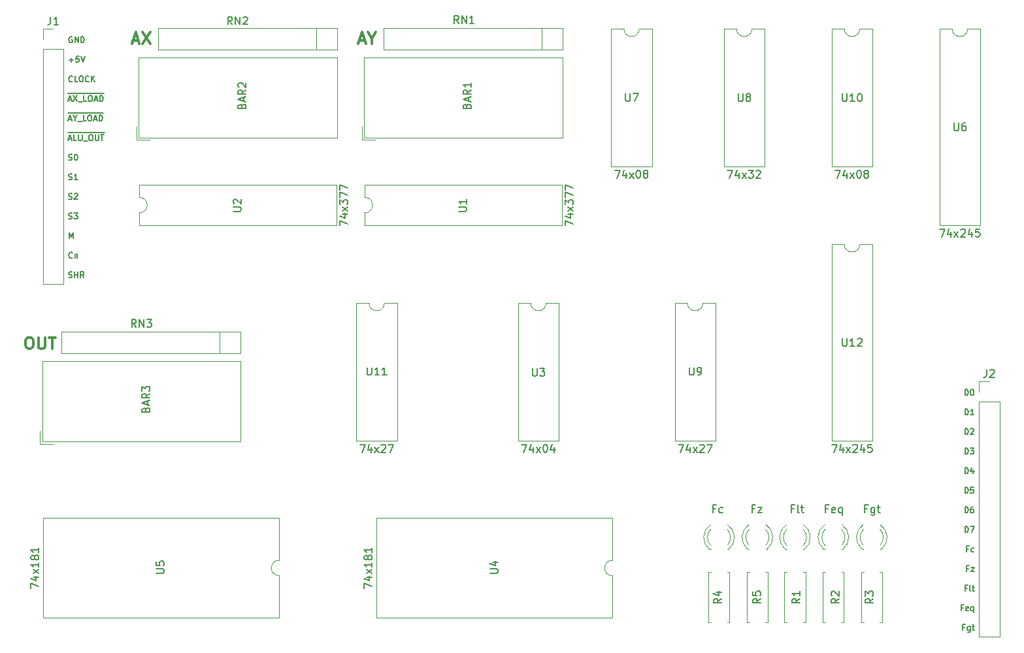
<source format=gto>
G04 #@! TF.GenerationSoftware,KiCad,Pcbnew,5.0.2+dfsg1-1*
G04 #@! TF.CreationDate,2019-08-01T09:59:35+02:00*
G04 #@! TF.ProjectId,ALU,414c552e-6b69-4636-9164-5f7063625858,rev?*
G04 #@! TF.SameCoordinates,Original*
G04 #@! TF.FileFunction,Legend,Top*
G04 #@! TF.FilePolarity,Positive*
%FSLAX46Y46*%
G04 Gerber Fmt 4.6, Leading zero omitted, Abs format (unit mm)*
G04 Created by KiCad (PCBNEW 5.0.2+dfsg1-1) date do 01 aug 2019 09:59:35 CEST*
%MOMM*%
%LPD*%
G01*
G04 APERTURE LIST*
%ADD10C,0.300000*%
%ADD11C,0.200000*%
%ADD12C,0.150000*%
%ADD13C,0.120000*%
G04 APERTURE END LIST*
D10*
X18998857Y-62805571D02*
X19284571Y-62805571D01*
X19427428Y-62877000D01*
X19570285Y-63019857D01*
X19641714Y-63305571D01*
X19641714Y-63805571D01*
X19570285Y-64091285D01*
X19427428Y-64234142D01*
X19284571Y-64305571D01*
X18998857Y-64305571D01*
X18856000Y-64234142D01*
X18713142Y-64091285D01*
X18641714Y-63805571D01*
X18641714Y-63305571D01*
X18713142Y-63019857D01*
X18856000Y-62877000D01*
X18998857Y-62805571D01*
X20284571Y-62805571D02*
X20284571Y-64019857D01*
X20356000Y-64162714D01*
X20427428Y-64234142D01*
X20570285Y-64305571D01*
X20856000Y-64305571D01*
X20998857Y-64234142D01*
X21070285Y-64162714D01*
X21141714Y-64019857D01*
X21141714Y-62805571D01*
X21641714Y-62805571D02*
X22498857Y-62805571D01*
X22070285Y-64305571D02*
X22070285Y-62805571D01*
X61885214Y-24316500D02*
X62599500Y-24316500D01*
X61742357Y-24745071D02*
X62242357Y-23245071D01*
X62742357Y-24745071D01*
X63528071Y-24030785D02*
X63528071Y-24745071D01*
X63028071Y-23245071D02*
X63528071Y-24030785D01*
X64028071Y-23245071D01*
X32548214Y-24316500D02*
X33262500Y-24316500D01*
X32405357Y-24745071D02*
X32905357Y-23245071D01*
X33405357Y-24745071D01*
X33762500Y-23245071D02*
X34762500Y-24745071D01*
X34762500Y-23245071D02*
X33762500Y-24745071D01*
D11*
X127701428Y-85018571D02*
X127368095Y-85018571D01*
X127368095Y-85542380D02*
X127368095Y-84542380D01*
X127844285Y-84542380D01*
X128653809Y-84875714D02*
X128653809Y-85685238D01*
X128606190Y-85780476D01*
X128558571Y-85828095D01*
X128463333Y-85875714D01*
X128320476Y-85875714D01*
X128225238Y-85828095D01*
X128653809Y-85494761D02*
X128558571Y-85542380D01*
X128368095Y-85542380D01*
X128272857Y-85494761D01*
X128225238Y-85447142D01*
X128177619Y-85351904D01*
X128177619Y-85066190D01*
X128225238Y-84970952D01*
X128272857Y-84923333D01*
X128368095Y-84875714D01*
X128558571Y-84875714D01*
X128653809Y-84923333D01*
X128987142Y-84875714D02*
X129368095Y-84875714D01*
X129130000Y-84542380D02*
X129130000Y-85399523D01*
X129177619Y-85494761D01*
X129272857Y-85542380D01*
X129368095Y-85542380D01*
X113096428Y-85018571D02*
X112763095Y-85018571D01*
X112763095Y-85542380D02*
X112763095Y-84542380D01*
X113239285Y-84542380D01*
X113525000Y-84875714D02*
X114048809Y-84875714D01*
X113525000Y-85542380D01*
X114048809Y-85542380D01*
X118176428Y-85018571D02*
X117843095Y-85018571D01*
X117843095Y-85542380D02*
X117843095Y-84542380D01*
X118319285Y-84542380D01*
X118843095Y-85542380D02*
X118747857Y-85494761D01*
X118700238Y-85399523D01*
X118700238Y-84542380D01*
X119081190Y-84875714D02*
X119462142Y-84875714D01*
X119224047Y-84542380D02*
X119224047Y-85399523D01*
X119271666Y-85494761D01*
X119366904Y-85542380D01*
X119462142Y-85542380D01*
X122621428Y-85018571D02*
X122288095Y-85018571D01*
X122288095Y-85542380D02*
X122288095Y-84542380D01*
X122764285Y-84542380D01*
X123526190Y-85494761D02*
X123430952Y-85542380D01*
X123240476Y-85542380D01*
X123145238Y-85494761D01*
X123097619Y-85399523D01*
X123097619Y-85018571D01*
X123145238Y-84923333D01*
X123240476Y-84875714D01*
X123430952Y-84875714D01*
X123526190Y-84923333D01*
X123573809Y-85018571D01*
X123573809Y-85113809D01*
X123097619Y-85209047D01*
X124430952Y-84875714D02*
X124430952Y-85875714D01*
X124430952Y-85494761D02*
X124335714Y-85542380D01*
X124145238Y-85542380D01*
X124050000Y-85494761D01*
X124002380Y-85447142D01*
X123954761Y-85351904D01*
X123954761Y-85066190D01*
X124002380Y-84970952D01*
X124050000Y-84923333D01*
X124145238Y-84875714D01*
X124335714Y-84875714D01*
X124430952Y-84923333D01*
X108016428Y-85018571D02*
X107683095Y-85018571D01*
X107683095Y-85542380D02*
X107683095Y-84542380D01*
X108159285Y-84542380D01*
X108968809Y-85494761D02*
X108873571Y-85542380D01*
X108683095Y-85542380D01*
X108587857Y-85494761D01*
X108540238Y-85447142D01*
X108492619Y-85351904D01*
X108492619Y-85066190D01*
X108540238Y-84970952D01*
X108587857Y-84923333D01*
X108683095Y-84875714D01*
X108873571Y-84875714D01*
X108968809Y-84923333D01*
D12*
X140099071Y-97863428D02*
X139849071Y-97863428D01*
X139849071Y-98256285D02*
X139849071Y-97506285D01*
X140206214Y-97506285D01*
X140777642Y-98220571D02*
X140706214Y-98256285D01*
X140563357Y-98256285D01*
X140491928Y-98220571D01*
X140456214Y-98149142D01*
X140456214Y-97863428D01*
X140491928Y-97792000D01*
X140563357Y-97756285D01*
X140706214Y-97756285D01*
X140777642Y-97792000D01*
X140813357Y-97863428D01*
X140813357Y-97934857D01*
X140456214Y-98006285D01*
X141456214Y-97756285D02*
X141456214Y-98506285D01*
X141456214Y-98220571D02*
X141384785Y-98256285D01*
X141241928Y-98256285D01*
X141170500Y-98220571D01*
X141134785Y-98184857D01*
X141099071Y-98113428D01*
X141099071Y-97899142D01*
X141134785Y-97827714D01*
X141170500Y-97792000D01*
X141241928Y-97756285D01*
X141384785Y-97756285D01*
X141456214Y-97792000D01*
X140349071Y-83016285D02*
X140349071Y-82266285D01*
X140527642Y-82266285D01*
X140634785Y-82302000D01*
X140706214Y-82373428D01*
X140741928Y-82444857D01*
X140777642Y-82587714D01*
X140777642Y-82694857D01*
X140741928Y-82837714D01*
X140706214Y-82909142D01*
X140634785Y-82980571D01*
X140527642Y-83016285D01*
X140349071Y-83016285D01*
X141456214Y-82266285D02*
X141099071Y-82266285D01*
X141063357Y-82623428D01*
X141099071Y-82587714D01*
X141170500Y-82552000D01*
X141349071Y-82552000D01*
X141420500Y-82587714D01*
X141456214Y-82623428D01*
X141491928Y-82694857D01*
X141491928Y-82873428D01*
X141456214Y-82944857D01*
X141420500Y-82980571D01*
X141349071Y-83016285D01*
X141170500Y-83016285D01*
X141099071Y-82980571D01*
X141063357Y-82944857D01*
X140349071Y-72856285D02*
X140349071Y-72106285D01*
X140527642Y-72106285D01*
X140634785Y-72142000D01*
X140706214Y-72213428D01*
X140741928Y-72284857D01*
X140777642Y-72427714D01*
X140777642Y-72534857D01*
X140741928Y-72677714D01*
X140706214Y-72749142D01*
X140634785Y-72820571D01*
X140527642Y-72856285D01*
X140349071Y-72856285D01*
X141491928Y-72856285D02*
X141063357Y-72856285D01*
X141277642Y-72856285D02*
X141277642Y-72106285D01*
X141206214Y-72213428D01*
X141134785Y-72284857D01*
X141063357Y-72320571D01*
X140349071Y-70316285D02*
X140349071Y-69566285D01*
X140527642Y-69566285D01*
X140634785Y-69602000D01*
X140706214Y-69673428D01*
X140741928Y-69744857D01*
X140777642Y-69887714D01*
X140777642Y-69994857D01*
X140741928Y-70137714D01*
X140706214Y-70209142D01*
X140634785Y-70280571D01*
X140527642Y-70316285D01*
X140349071Y-70316285D01*
X141241928Y-69566285D02*
X141313357Y-69566285D01*
X141384785Y-69602000D01*
X141420500Y-69637714D01*
X141456214Y-69709142D01*
X141491928Y-69852000D01*
X141491928Y-70030571D01*
X141456214Y-70173428D01*
X141420500Y-70244857D01*
X141384785Y-70280571D01*
X141313357Y-70316285D01*
X141241928Y-70316285D01*
X141170500Y-70280571D01*
X141134785Y-70244857D01*
X141099071Y-70173428D01*
X141063357Y-70030571D01*
X141063357Y-69852000D01*
X141099071Y-69709142D01*
X141134785Y-69637714D01*
X141170500Y-69602000D01*
X141241928Y-69566285D01*
X140313357Y-100403428D02*
X140063357Y-100403428D01*
X140063357Y-100796285D02*
X140063357Y-100046285D01*
X140420500Y-100046285D01*
X141027643Y-100296285D02*
X141027643Y-100903428D01*
X140991928Y-100974857D01*
X140956214Y-101010571D01*
X140884786Y-101046285D01*
X140777643Y-101046285D01*
X140706214Y-101010571D01*
X141027643Y-100760571D02*
X140956214Y-100796285D01*
X140813357Y-100796285D01*
X140741928Y-100760571D01*
X140706214Y-100724857D01*
X140670500Y-100653428D01*
X140670500Y-100439142D01*
X140706214Y-100367714D01*
X140741928Y-100332000D01*
X140813357Y-100296285D01*
X140956214Y-100296285D01*
X141027643Y-100332000D01*
X141277643Y-100296285D02*
X141563357Y-100296285D01*
X141384786Y-100046285D02*
X141384786Y-100689142D01*
X141420500Y-100760571D01*
X141491928Y-100796285D01*
X141563357Y-100796285D01*
X140813357Y-92783428D02*
X140563357Y-92783428D01*
X140563357Y-93176285D02*
X140563357Y-92426285D01*
X140920500Y-92426285D01*
X141134786Y-92676285D02*
X141527643Y-92676285D01*
X141134786Y-93176285D01*
X141527643Y-93176285D01*
X140349071Y-80476285D02*
X140349071Y-79726285D01*
X140527642Y-79726285D01*
X140634785Y-79762000D01*
X140706214Y-79833428D01*
X140741928Y-79904857D01*
X140777642Y-80047714D01*
X140777642Y-80154857D01*
X140741928Y-80297714D01*
X140706214Y-80369142D01*
X140634785Y-80440571D01*
X140527642Y-80476285D01*
X140349071Y-80476285D01*
X141420500Y-79976285D02*
X141420500Y-80476285D01*
X141241928Y-79690571D02*
X141063357Y-80226285D01*
X141527642Y-80226285D01*
X140349071Y-85556285D02*
X140349071Y-84806285D01*
X140527642Y-84806285D01*
X140634785Y-84842000D01*
X140706214Y-84913428D01*
X140741928Y-84984857D01*
X140777642Y-85127714D01*
X140777642Y-85234857D01*
X140741928Y-85377714D01*
X140706214Y-85449142D01*
X140634785Y-85520571D01*
X140527642Y-85556285D01*
X140349071Y-85556285D01*
X141420500Y-84806285D02*
X141277642Y-84806285D01*
X141206214Y-84842000D01*
X141170500Y-84877714D01*
X141099071Y-84984857D01*
X141063357Y-85127714D01*
X141063357Y-85413428D01*
X141099071Y-85484857D01*
X141134785Y-85520571D01*
X141206214Y-85556285D01*
X141349071Y-85556285D01*
X141420500Y-85520571D01*
X141456214Y-85484857D01*
X141491928Y-85413428D01*
X141491928Y-85234857D01*
X141456214Y-85163428D01*
X141420500Y-85127714D01*
X141349071Y-85092000D01*
X141206214Y-85092000D01*
X141134785Y-85127714D01*
X141099071Y-85163428D01*
X141063357Y-85234857D01*
X140777643Y-90243428D02*
X140527643Y-90243428D01*
X140527643Y-90636285D02*
X140527643Y-89886285D01*
X140884786Y-89886285D01*
X141491929Y-90600571D02*
X141420500Y-90636285D01*
X141277643Y-90636285D01*
X141206214Y-90600571D01*
X141170500Y-90564857D01*
X141134786Y-90493428D01*
X141134786Y-90279142D01*
X141170500Y-90207714D01*
X141206214Y-90172000D01*
X141277643Y-90136285D01*
X141420500Y-90136285D01*
X141491929Y-90172000D01*
X140349071Y-75396285D02*
X140349071Y-74646285D01*
X140527642Y-74646285D01*
X140634785Y-74682000D01*
X140706214Y-74753428D01*
X140741928Y-74824857D01*
X140777642Y-74967714D01*
X140777642Y-75074857D01*
X140741928Y-75217714D01*
X140706214Y-75289142D01*
X140634785Y-75360571D01*
X140527642Y-75396285D01*
X140349071Y-75396285D01*
X141063357Y-74717714D02*
X141099071Y-74682000D01*
X141170500Y-74646285D01*
X141349071Y-74646285D01*
X141420500Y-74682000D01*
X141456214Y-74717714D01*
X141491928Y-74789142D01*
X141491928Y-74860571D01*
X141456214Y-74967714D01*
X141027642Y-75396285D01*
X141491928Y-75396285D01*
X140349071Y-88096285D02*
X140349071Y-87346285D01*
X140527642Y-87346285D01*
X140634785Y-87382000D01*
X140706214Y-87453428D01*
X140741928Y-87524857D01*
X140777642Y-87667714D01*
X140777642Y-87774857D01*
X140741928Y-87917714D01*
X140706214Y-87989142D01*
X140634785Y-88060571D01*
X140527642Y-88096285D01*
X140349071Y-88096285D01*
X141027642Y-87346285D02*
X141527642Y-87346285D01*
X141206214Y-88096285D01*
X140599071Y-95323428D02*
X140349071Y-95323428D01*
X140349071Y-95716285D02*
X140349071Y-94966285D01*
X140706214Y-94966285D01*
X141099071Y-95716285D02*
X141027642Y-95680571D01*
X140991928Y-95609142D01*
X140991928Y-94966285D01*
X141277642Y-95216285D02*
X141563357Y-95216285D01*
X141384785Y-94966285D02*
X141384785Y-95609142D01*
X141420500Y-95680571D01*
X141491928Y-95716285D01*
X141563357Y-95716285D01*
X140349071Y-77936285D02*
X140349071Y-77186285D01*
X140527642Y-77186285D01*
X140634785Y-77222000D01*
X140706214Y-77293428D01*
X140741928Y-77364857D01*
X140777642Y-77507714D01*
X140777642Y-77614857D01*
X140741928Y-77757714D01*
X140706214Y-77829142D01*
X140634785Y-77900571D01*
X140527642Y-77936285D01*
X140349071Y-77936285D01*
X141027642Y-77186285D02*
X141491928Y-77186285D01*
X141241928Y-77472000D01*
X141349071Y-77472000D01*
X141420500Y-77507714D01*
X141456214Y-77543428D01*
X141491928Y-77614857D01*
X141491928Y-77793428D01*
X141456214Y-77864857D01*
X141420500Y-77900571D01*
X141349071Y-77936285D01*
X141134785Y-77936285D01*
X141063357Y-77900571D01*
X141027642Y-77864857D01*
X24243357Y-44880571D02*
X24350500Y-44916285D01*
X24529071Y-44916285D01*
X24600500Y-44880571D01*
X24636214Y-44844857D01*
X24671928Y-44773428D01*
X24671928Y-44702000D01*
X24636214Y-44630571D01*
X24600500Y-44594857D01*
X24529071Y-44559142D01*
X24386214Y-44523428D01*
X24314785Y-44487714D01*
X24279071Y-44452000D01*
X24243357Y-44380571D01*
X24243357Y-44309142D01*
X24279071Y-44237714D01*
X24314785Y-44202000D01*
X24386214Y-44166285D01*
X24564785Y-44166285D01*
X24671928Y-44202000D01*
X24957642Y-44237714D02*
X24993357Y-44202000D01*
X25064785Y-44166285D01*
X25243357Y-44166285D01*
X25314785Y-44202000D01*
X25350500Y-44237714D01*
X25386214Y-44309142D01*
X25386214Y-44380571D01*
X25350500Y-44487714D01*
X24921928Y-44916285D01*
X25386214Y-44916285D01*
X24243357Y-42340571D02*
X24350500Y-42376285D01*
X24529071Y-42376285D01*
X24600500Y-42340571D01*
X24636214Y-42304857D01*
X24671928Y-42233428D01*
X24671928Y-42162000D01*
X24636214Y-42090571D01*
X24600500Y-42054857D01*
X24529071Y-42019142D01*
X24386214Y-41983428D01*
X24314785Y-41947714D01*
X24279071Y-41912000D01*
X24243357Y-41840571D01*
X24243357Y-41769142D01*
X24279071Y-41697714D01*
X24314785Y-41662000D01*
X24386214Y-41626285D01*
X24564785Y-41626285D01*
X24671928Y-41662000D01*
X25386214Y-42376285D02*
X24957642Y-42376285D01*
X25171928Y-42376285D02*
X25171928Y-41626285D01*
X25100500Y-41733428D01*
X25029071Y-41804857D01*
X24957642Y-41840571D01*
X24243357Y-39800571D02*
X24350500Y-39836285D01*
X24529071Y-39836285D01*
X24600500Y-39800571D01*
X24636214Y-39764857D01*
X24671928Y-39693428D01*
X24671928Y-39622000D01*
X24636214Y-39550571D01*
X24600500Y-39514857D01*
X24529071Y-39479142D01*
X24386214Y-39443428D01*
X24314785Y-39407714D01*
X24279071Y-39372000D01*
X24243357Y-39300571D01*
X24243357Y-39229142D01*
X24279071Y-39157714D01*
X24314785Y-39122000D01*
X24386214Y-39086285D01*
X24564785Y-39086285D01*
X24671928Y-39122000D01*
X25136214Y-39086285D02*
X25207642Y-39086285D01*
X25279071Y-39122000D01*
X25314785Y-39157714D01*
X25350500Y-39229142D01*
X25386214Y-39372000D01*
X25386214Y-39550571D01*
X25350500Y-39693428D01*
X25314785Y-39764857D01*
X25279071Y-39800571D01*
X25207642Y-39836285D01*
X25136214Y-39836285D01*
X25064785Y-39800571D01*
X25029071Y-39764857D01*
X24993357Y-39693428D01*
X24957642Y-39550571D01*
X24957642Y-39372000D01*
X24993357Y-39229142D01*
X25029071Y-39157714D01*
X25064785Y-39122000D01*
X25136214Y-39086285D01*
X24100500Y-36222000D02*
X24743357Y-36222000D01*
X24243357Y-37082000D02*
X24600500Y-37082000D01*
X24171928Y-37296285D02*
X24421928Y-36546285D01*
X24671928Y-37296285D01*
X24743357Y-36222000D02*
X25350500Y-36222000D01*
X25279071Y-37296285D02*
X24921928Y-37296285D01*
X24921928Y-36546285D01*
X25350500Y-36222000D02*
X26136214Y-36222000D01*
X25529071Y-36546285D02*
X25529071Y-37153428D01*
X25564785Y-37224857D01*
X25600500Y-37260571D01*
X25671928Y-37296285D01*
X25814785Y-37296285D01*
X25886214Y-37260571D01*
X25921928Y-37224857D01*
X25957642Y-37153428D01*
X25957642Y-36546285D01*
X26136214Y-36222000D02*
X26707642Y-36222000D01*
X26136214Y-37367714D02*
X26707642Y-37367714D01*
X26707642Y-36222000D02*
X27493357Y-36222000D01*
X27029071Y-36546285D02*
X27171928Y-36546285D01*
X27243357Y-36582000D01*
X27314785Y-36653428D01*
X27350500Y-36796285D01*
X27350500Y-37046285D01*
X27314785Y-37189142D01*
X27243357Y-37260571D01*
X27171928Y-37296285D01*
X27029071Y-37296285D01*
X26957642Y-37260571D01*
X26886214Y-37189142D01*
X26850500Y-37046285D01*
X26850500Y-36796285D01*
X26886214Y-36653428D01*
X26957642Y-36582000D01*
X27029071Y-36546285D01*
X27493357Y-36222000D02*
X28279071Y-36222000D01*
X27671928Y-36546285D02*
X27671928Y-37153428D01*
X27707642Y-37224857D01*
X27743357Y-37260571D01*
X27814785Y-37296285D01*
X27957642Y-37296285D01*
X28029071Y-37260571D01*
X28064785Y-37224857D01*
X28100500Y-37153428D01*
X28100500Y-36546285D01*
X28279071Y-36222000D02*
X28850500Y-36222000D01*
X28350500Y-36546285D02*
X28779071Y-36546285D01*
X28564785Y-37296285D02*
X28564785Y-36546285D01*
X24100500Y-33682000D02*
X24743357Y-33682000D01*
X24243357Y-34542000D02*
X24600500Y-34542000D01*
X24171928Y-34756285D02*
X24421928Y-34006285D01*
X24671928Y-34756285D01*
X24743357Y-33682000D02*
X25386214Y-33682000D01*
X25064785Y-34399142D02*
X25064785Y-34756285D01*
X24814785Y-34006285D02*
X25064785Y-34399142D01*
X25314785Y-34006285D01*
X25386214Y-33682000D02*
X25957642Y-33682000D01*
X25386214Y-34827714D02*
X25957642Y-34827714D01*
X25957642Y-33682000D02*
X26564785Y-33682000D01*
X26493357Y-34756285D02*
X26136214Y-34756285D01*
X26136214Y-34006285D01*
X26564785Y-33682000D02*
X27350500Y-33682000D01*
X26886214Y-34006285D02*
X27029071Y-34006285D01*
X27100500Y-34042000D01*
X27171928Y-34113428D01*
X27207642Y-34256285D01*
X27207642Y-34506285D01*
X27171928Y-34649142D01*
X27100500Y-34720571D01*
X27029071Y-34756285D01*
X26886214Y-34756285D01*
X26814785Y-34720571D01*
X26743357Y-34649142D01*
X26707642Y-34506285D01*
X26707642Y-34256285D01*
X26743357Y-34113428D01*
X26814785Y-34042000D01*
X26886214Y-34006285D01*
X27350500Y-33682000D02*
X27993357Y-33682000D01*
X27493357Y-34542000D02*
X27850500Y-34542000D01*
X27421928Y-34756285D02*
X27671928Y-34006285D01*
X27921928Y-34756285D01*
X27993357Y-33682000D02*
X28743357Y-33682000D01*
X28171928Y-34756285D02*
X28171928Y-34006285D01*
X28350500Y-34006285D01*
X28457642Y-34042000D01*
X28529071Y-34113428D01*
X28564785Y-34184857D01*
X28600500Y-34327714D01*
X28600500Y-34434857D01*
X28564785Y-34577714D01*
X28529071Y-34649142D01*
X28457642Y-34720571D01*
X28350500Y-34756285D01*
X28171928Y-34756285D01*
X24707642Y-29604857D02*
X24671928Y-29640571D01*
X24564785Y-29676285D01*
X24493357Y-29676285D01*
X24386214Y-29640571D01*
X24314785Y-29569142D01*
X24279071Y-29497714D01*
X24243357Y-29354857D01*
X24243357Y-29247714D01*
X24279071Y-29104857D01*
X24314785Y-29033428D01*
X24386214Y-28962000D01*
X24493357Y-28926285D01*
X24564785Y-28926285D01*
X24671928Y-28962000D01*
X24707642Y-28997714D01*
X25386214Y-29676285D02*
X25029071Y-29676285D01*
X25029071Y-28926285D01*
X25779071Y-28926285D02*
X25921928Y-28926285D01*
X25993357Y-28962000D01*
X26064785Y-29033428D01*
X26100500Y-29176285D01*
X26100500Y-29426285D01*
X26064785Y-29569142D01*
X25993357Y-29640571D01*
X25921928Y-29676285D01*
X25779071Y-29676285D01*
X25707642Y-29640571D01*
X25636214Y-29569142D01*
X25600500Y-29426285D01*
X25600500Y-29176285D01*
X25636214Y-29033428D01*
X25707642Y-28962000D01*
X25779071Y-28926285D01*
X26850500Y-29604857D02*
X26814785Y-29640571D01*
X26707642Y-29676285D01*
X26636214Y-29676285D01*
X26529071Y-29640571D01*
X26457642Y-29569142D01*
X26421928Y-29497714D01*
X26386214Y-29354857D01*
X26386214Y-29247714D01*
X26421928Y-29104857D01*
X26457642Y-29033428D01*
X26529071Y-28962000D01*
X26636214Y-28926285D01*
X26707642Y-28926285D01*
X26814785Y-28962000D01*
X26850500Y-28997714D01*
X27171928Y-29676285D02*
X27171928Y-28926285D01*
X27600500Y-29676285D02*
X27279071Y-29247714D01*
X27600500Y-28926285D02*
X27171928Y-29354857D01*
X24243357Y-47420571D02*
X24350500Y-47456285D01*
X24529071Y-47456285D01*
X24600500Y-47420571D01*
X24636214Y-47384857D01*
X24671928Y-47313428D01*
X24671928Y-47242000D01*
X24636214Y-47170571D01*
X24600500Y-47134857D01*
X24529071Y-47099142D01*
X24386214Y-47063428D01*
X24314785Y-47027714D01*
X24279071Y-46992000D01*
X24243357Y-46920571D01*
X24243357Y-46849142D01*
X24279071Y-46777714D01*
X24314785Y-46742000D01*
X24386214Y-46706285D01*
X24564785Y-46706285D01*
X24671928Y-46742000D01*
X24921928Y-46706285D02*
X25386214Y-46706285D01*
X25136214Y-46992000D01*
X25243357Y-46992000D01*
X25314785Y-47027714D01*
X25350500Y-47063428D01*
X25386214Y-47134857D01*
X25386214Y-47313428D01*
X25350500Y-47384857D01*
X25314785Y-47420571D01*
X25243357Y-47456285D01*
X25029071Y-47456285D01*
X24957642Y-47420571D01*
X24921928Y-47384857D01*
X24279071Y-49996285D02*
X24279071Y-49246285D01*
X24529071Y-49782000D01*
X24779071Y-49246285D01*
X24779071Y-49996285D01*
X24707642Y-52464857D02*
X24671928Y-52500571D01*
X24564785Y-52536285D01*
X24493357Y-52536285D01*
X24386214Y-52500571D01*
X24314785Y-52429142D01*
X24279071Y-52357714D01*
X24243357Y-52214857D01*
X24243357Y-52107714D01*
X24279071Y-51964857D01*
X24314785Y-51893428D01*
X24386214Y-51822000D01*
X24493357Y-51786285D01*
X24564785Y-51786285D01*
X24671928Y-51822000D01*
X24707642Y-51857714D01*
X25029071Y-52036285D02*
X25029071Y-52536285D01*
X25029071Y-52107714D02*
X25064785Y-52072000D01*
X25136214Y-52036285D01*
X25243357Y-52036285D01*
X25314785Y-52072000D01*
X25350500Y-52143428D01*
X25350500Y-52536285D01*
X24243357Y-55040571D02*
X24350500Y-55076285D01*
X24529071Y-55076285D01*
X24600500Y-55040571D01*
X24636214Y-55004857D01*
X24671928Y-54933428D01*
X24671928Y-54862000D01*
X24636214Y-54790571D01*
X24600500Y-54754857D01*
X24529071Y-54719142D01*
X24386214Y-54683428D01*
X24314785Y-54647714D01*
X24279071Y-54612000D01*
X24243357Y-54540571D01*
X24243357Y-54469142D01*
X24279071Y-54397714D01*
X24314785Y-54362000D01*
X24386214Y-54326285D01*
X24564785Y-54326285D01*
X24671928Y-54362000D01*
X24993357Y-55076285D02*
X24993357Y-54326285D01*
X24993357Y-54683428D02*
X25421928Y-54683428D01*
X25421928Y-55076285D02*
X25421928Y-54326285D01*
X26207642Y-55076285D02*
X25957642Y-54719142D01*
X25779071Y-55076285D02*
X25779071Y-54326285D01*
X26064785Y-54326285D01*
X26136214Y-54362000D01*
X26171928Y-54397714D01*
X26207642Y-54469142D01*
X26207642Y-54576285D01*
X26171928Y-54647714D01*
X26136214Y-54683428D01*
X26064785Y-54719142D01*
X25779071Y-54719142D01*
X24279071Y-26850571D02*
X24850500Y-26850571D01*
X24564785Y-27136285D02*
X24564785Y-26564857D01*
X25564785Y-26386285D02*
X25207642Y-26386285D01*
X25171928Y-26743428D01*
X25207642Y-26707714D01*
X25279071Y-26672000D01*
X25457642Y-26672000D01*
X25529071Y-26707714D01*
X25564785Y-26743428D01*
X25600500Y-26814857D01*
X25600500Y-26993428D01*
X25564785Y-27064857D01*
X25529071Y-27100571D01*
X25457642Y-27136285D01*
X25279071Y-27136285D01*
X25207642Y-27100571D01*
X25171928Y-27064857D01*
X25814785Y-26386285D02*
X26064785Y-27136285D01*
X26314785Y-26386285D01*
X24671928Y-23882000D02*
X24600500Y-23846285D01*
X24493357Y-23846285D01*
X24386214Y-23882000D01*
X24314785Y-23953428D01*
X24279071Y-24024857D01*
X24243357Y-24167714D01*
X24243357Y-24274857D01*
X24279071Y-24417714D01*
X24314785Y-24489142D01*
X24386214Y-24560571D01*
X24493357Y-24596285D01*
X24564785Y-24596285D01*
X24671928Y-24560571D01*
X24707642Y-24524857D01*
X24707642Y-24274857D01*
X24564785Y-24274857D01*
X25029071Y-24596285D02*
X25029071Y-23846285D01*
X25457642Y-24596285D01*
X25457642Y-23846285D01*
X25814785Y-24596285D02*
X25814785Y-23846285D01*
X25993357Y-23846285D01*
X26100500Y-23882000D01*
X26171928Y-23953428D01*
X26207642Y-24024857D01*
X26243357Y-24167714D01*
X26243357Y-24274857D01*
X26207642Y-24417714D01*
X26171928Y-24489142D01*
X26100500Y-24560571D01*
X25993357Y-24596285D01*
X25814785Y-24596285D01*
X24100500Y-31142000D02*
X24743357Y-31142000D01*
X24243357Y-32002000D02*
X24600500Y-32002000D01*
X24171928Y-32216285D02*
X24421928Y-31466285D01*
X24671928Y-32216285D01*
X24743357Y-31142000D02*
X25457642Y-31142000D01*
X24850500Y-31466285D02*
X25350500Y-32216285D01*
X25350500Y-31466285D02*
X24850500Y-32216285D01*
X25457642Y-31142000D02*
X26029071Y-31142000D01*
X25457642Y-32287714D02*
X26029071Y-32287714D01*
X26029071Y-31142000D02*
X26636214Y-31142000D01*
X26564785Y-32216285D02*
X26207642Y-32216285D01*
X26207642Y-31466285D01*
X26636214Y-31142000D02*
X27421928Y-31142000D01*
X26957642Y-31466285D02*
X27100500Y-31466285D01*
X27171928Y-31502000D01*
X27243357Y-31573428D01*
X27279071Y-31716285D01*
X27279071Y-31966285D01*
X27243357Y-32109142D01*
X27171928Y-32180571D01*
X27100500Y-32216285D01*
X26957642Y-32216285D01*
X26886214Y-32180571D01*
X26814785Y-32109142D01*
X26779071Y-31966285D01*
X26779071Y-31716285D01*
X26814785Y-31573428D01*
X26886214Y-31502000D01*
X26957642Y-31466285D01*
X27421928Y-31142000D02*
X28064785Y-31142000D01*
X27564785Y-32002000D02*
X27921928Y-32002000D01*
X27493357Y-32216285D02*
X27743357Y-31466285D01*
X27993357Y-32216285D01*
X28064785Y-31142000D02*
X28814785Y-31142000D01*
X28243357Y-32216285D02*
X28243357Y-31466285D01*
X28421928Y-31466285D01*
X28529071Y-31502000D01*
X28600500Y-31573428D01*
X28636214Y-31644857D01*
X28671928Y-31787714D01*
X28671928Y-31894857D01*
X28636214Y-32037714D01*
X28600500Y-32109142D01*
X28529071Y-32180571D01*
X28421928Y-32216285D01*
X28243357Y-32216285D01*
D13*
G04 #@! TO.C,U3*
X87740000Y-58360000D02*
X86090000Y-58360000D01*
X87740000Y-76260000D02*
X87740000Y-58360000D01*
X82440000Y-76260000D02*
X87740000Y-76260000D01*
X82440000Y-58360000D02*
X82440000Y-76260000D01*
X84090000Y-58360000D02*
X82440000Y-58360000D01*
X86090000Y-58360000D02*
G75*
G02X84090000Y-58360000I-1000000J0D01*
G01*
G04 #@! TO.C,U8*
X112760000Y-22800000D02*
G75*
G02X110760000Y-22800000I-1000000J0D01*
G01*
X110760000Y-22800000D02*
X109110000Y-22800000D01*
X109110000Y-22800000D02*
X109110000Y-40700000D01*
X109110000Y-40700000D02*
X114410000Y-40700000D01*
X114410000Y-40700000D02*
X114410000Y-22800000D01*
X114410000Y-22800000D02*
X112760000Y-22800000D01*
G04 #@! TO.C,U9*
X108060000Y-58360000D02*
X106410000Y-58360000D01*
X108060000Y-76260000D02*
X108060000Y-58360000D01*
X102760000Y-76260000D02*
X108060000Y-76260000D01*
X102760000Y-58360000D02*
X102760000Y-76260000D01*
X104410000Y-58360000D02*
X102760000Y-58360000D01*
X106410000Y-58360000D02*
G75*
G02X104410000Y-58360000I-1000000J0D01*
G01*
G04 #@! TO.C,U10*
X126730000Y-22800000D02*
G75*
G02X124730000Y-22800000I-1000000J0D01*
G01*
X124730000Y-22800000D02*
X123080000Y-22800000D01*
X123080000Y-22800000D02*
X123080000Y-40700000D01*
X123080000Y-40700000D02*
X128380000Y-40700000D01*
X128380000Y-40700000D02*
X128380000Y-22800000D01*
X128380000Y-22800000D02*
X126730000Y-22800000D01*
G04 #@! TO.C,U7*
X99805000Y-22800000D02*
X98155000Y-22800000D01*
X99805000Y-40700000D02*
X99805000Y-22800000D01*
X94505000Y-40700000D02*
X99805000Y-40700000D01*
X94505000Y-22800000D02*
X94505000Y-40700000D01*
X96155000Y-22800000D02*
X94505000Y-22800000D01*
X98155000Y-22800000D02*
G75*
G02X96155000Y-22800000I-1000000J0D01*
G01*
G04 #@! TO.C,U11*
X65135000Y-58360000D02*
G75*
G02X63135000Y-58360000I-1000000J0D01*
G01*
X63135000Y-58360000D02*
X61485000Y-58360000D01*
X61485000Y-58360000D02*
X61485000Y-76260000D01*
X61485000Y-76260000D02*
X66785000Y-76260000D01*
X66785000Y-76260000D02*
X66785000Y-58360000D01*
X66785000Y-58360000D02*
X65135000Y-58360000D01*
G04 #@! TO.C,U12*
X126730000Y-50740000D02*
G75*
G02X124730000Y-50740000I-1000000J0D01*
G01*
X124730000Y-50740000D02*
X123080000Y-50740000D01*
X123080000Y-50740000D02*
X123080000Y-76260000D01*
X123080000Y-76260000D02*
X128380000Y-76260000D01*
X128380000Y-76260000D02*
X128380000Y-50740000D01*
X128380000Y-50740000D02*
X126730000Y-50740000D01*
G04 #@! TO.C,J1*
X20895000Y-22800000D02*
X22225000Y-22800000D01*
X20895000Y-24130000D02*
X20895000Y-22800000D01*
X20895000Y-25400000D02*
X23555000Y-25400000D01*
X23555000Y-25400000D02*
X23555000Y-55940000D01*
X20895000Y-25400000D02*
X20895000Y-55940000D01*
X20895000Y-55940000D02*
X23555000Y-55940000D01*
G04 #@! TO.C,J2*
X142180000Y-101660000D02*
X144840000Y-101660000D01*
X142180000Y-71120000D02*
X142180000Y-101660000D01*
X144840000Y-71120000D02*
X144840000Y-101660000D01*
X142180000Y-71120000D02*
X144840000Y-71120000D01*
X142180000Y-69850000D02*
X142180000Y-68520000D01*
X142180000Y-68520000D02*
X143510000Y-68520000D01*
G04 #@! TO.C,BAR2*
X33025700Y-35510600D02*
X33025700Y-37210600D01*
X33025700Y-37210600D02*
X34725700Y-37210600D01*
X58995700Y-26480600D02*
X58995700Y-36920600D01*
X58995700Y-36920600D02*
X33315700Y-36920600D01*
X33315700Y-36920600D02*
X33315700Y-26480600D01*
X33315700Y-26480600D02*
X58995700Y-26480600D01*
G04 #@! TO.C,BAR1*
X62525700Y-26480600D02*
X88205700Y-26480600D01*
X62525700Y-36920600D02*
X62525700Y-26480600D01*
X88205700Y-36920600D02*
X62525700Y-36920600D01*
X88205700Y-26480600D02*
X88205700Y-36920600D01*
X62235700Y-37210600D02*
X63935700Y-37210600D01*
X62235700Y-35510600D02*
X62235700Y-37210600D01*
G04 #@! TO.C,BAR3*
X20525000Y-74930000D02*
X20525000Y-76630000D01*
X20525000Y-76630000D02*
X22225000Y-76630000D01*
X46495000Y-65900000D02*
X46495000Y-76340000D01*
X46495000Y-76340000D02*
X20815000Y-76340000D01*
X20815000Y-76340000D02*
X20815000Y-65900000D01*
X20815000Y-65900000D02*
X46495000Y-65900000D01*
G04 #@! TO.C,D1*
X117250392Y-87068665D02*
G75*
G03X117093484Y-90301000I1078608J-1672335D01*
G01*
X119407608Y-87068665D02*
G75*
G02X119564516Y-90301000I-1078608J-1672335D01*
G01*
X117249163Y-87699870D02*
G75*
G03X117249000Y-89781961I1079837J-1041130D01*
G01*
X119408837Y-87699870D02*
G75*
G02X119409000Y-89781961I-1079837J-1041130D01*
G01*
X117093000Y-90301000D02*
X117249000Y-90301000D01*
X119409000Y-90301000D02*
X119565000Y-90301000D01*
G04 #@! TO.C,D2*
X124384000Y-90301000D02*
X124540000Y-90301000D01*
X122068000Y-90301000D02*
X122224000Y-90301000D01*
X124383837Y-87699870D02*
G75*
G02X124384000Y-89781961I-1079837J-1041130D01*
G01*
X122224163Y-87699870D02*
G75*
G03X122224000Y-89781961I1079837J-1041130D01*
G01*
X124382608Y-87068665D02*
G75*
G02X124539516Y-90301000I-1078608J-1672335D01*
G01*
X122225392Y-87068665D02*
G75*
G03X122068484Y-90301000I1078608J-1672335D01*
G01*
G04 #@! TO.C,D3*
X127200392Y-87068665D02*
G75*
G03X127043484Y-90301000I1078608J-1672335D01*
G01*
X129357608Y-87068665D02*
G75*
G02X129514516Y-90301000I-1078608J-1672335D01*
G01*
X127199163Y-87699870D02*
G75*
G03X127199000Y-89781961I1079837J-1041130D01*
G01*
X129358837Y-87699870D02*
G75*
G02X129359000Y-89781961I-1079837J-1041130D01*
G01*
X127043000Y-90301000D02*
X127199000Y-90301000D01*
X129359000Y-90301000D02*
X129515000Y-90301000D01*
G04 #@! TO.C,D4*
X109569000Y-90301000D02*
X109725000Y-90301000D01*
X107253000Y-90301000D02*
X107409000Y-90301000D01*
X109568837Y-87699870D02*
G75*
G02X109569000Y-89781961I-1079837J-1041130D01*
G01*
X107409163Y-87699870D02*
G75*
G03X107409000Y-89781961I1079837J-1041130D01*
G01*
X109567608Y-87068665D02*
G75*
G02X109724516Y-90301000I-1078608J-1672335D01*
G01*
X107410392Y-87068665D02*
G75*
G03X107253484Y-90301000I1078608J-1672335D01*
G01*
G04 #@! TO.C,D5*
X112385392Y-87068665D02*
G75*
G03X112228484Y-90301000I1078608J-1672335D01*
G01*
X114542608Y-87068665D02*
G75*
G02X114699516Y-90301000I-1078608J-1672335D01*
G01*
X112384163Y-87699870D02*
G75*
G03X112384000Y-89781961I1079837J-1041130D01*
G01*
X114543837Y-87699870D02*
G75*
G02X114544000Y-89781961I-1079837J-1041130D01*
G01*
X112228000Y-90301000D02*
X112384000Y-90301000D01*
X114544000Y-90301000D02*
X114700000Y-90301000D01*
G04 #@! TO.C,U1*
X62605700Y-43020600D02*
X62605700Y-44670600D01*
X88125700Y-43020600D02*
X62605700Y-43020600D01*
X88125700Y-48320600D02*
X88125700Y-43020600D01*
X62605700Y-48320600D02*
X88125700Y-48320600D01*
X62605700Y-46670600D02*
X62605700Y-48320600D01*
X62605700Y-44670600D02*
G75*
G02X62605700Y-46670600I0J-1000000D01*
G01*
G04 #@! TO.C,U2*
X33395700Y-44670600D02*
G75*
G02X33395700Y-46670600I0J-1000000D01*
G01*
X33395700Y-46670600D02*
X33395700Y-48320600D01*
X33395700Y-48320600D02*
X58915700Y-48320600D01*
X58915700Y-48320600D02*
X58915700Y-43020600D01*
X58915700Y-43020600D02*
X33395700Y-43020600D01*
X33395700Y-43020600D02*
X33395700Y-44670600D01*
G04 #@! TO.C,U6*
X140700000Y-22800000D02*
G75*
G02X138700000Y-22800000I-1000000J0D01*
G01*
X138700000Y-22800000D02*
X137050000Y-22800000D01*
X137050000Y-22800000D02*
X137050000Y-48320000D01*
X137050000Y-48320000D02*
X142350000Y-48320000D01*
X142350000Y-48320000D02*
X142350000Y-22800000D01*
X142350000Y-22800000D02*
X140700000Y-22800000D01*
G04 #@! TO.C,U5*
X51495000Y-99170000D02*
X51495000Y-93710000D01*
X20895000Y-99170000D02*
X51495000Y-99170000D01*
X20895000Y-86250000D02*
X20895000Y-99170000D01*
X51495000Y-86250000D02*
X20895000Y-86250000D01*
X51495000Y-91710000D02*
X51495000Y-86250000D01*
X51495000Y-93710000D02*
G75*
G02X51495000Y-91710000I0J1000000D01*
G01*
G04 #@! TO.C,U4*
X94675000Y-99170000D02*
X94675000Y-93710000D01*
X64075000Y-99170000D02*
X94675000Y-99170000D01*
X64075000Y-86250000D02*
X64075000Y-99170000D01*
X94675000Y-86250000D02*
X64075000Y-86250000D01*
X94675000Y-91710000D02*
X94675000Y-86250000D01*
X94675000Y-93710000D02*
G75*
G02X94675000Y-91710000I0J1000000D01*
G01*
G04 #@! TO.C,RN1*
X88235700Y-25480600D02*
X88235700Y-22680600D01*
X88235700Y-22680600D02*
X65035700Y-22680600D01*
X65035700Y-22680600D02*
X65035700Y-25480600D01*
X65035700Y-25480600D02*
X88235700Y-25480600D01*
X85525700Y-25480600D02*
X85525700Y-22680600D01*
G04 #@! TO.C,RN2*
X56315700Y-25480600D02*
X56315700Y-22680600D01*
X35825700Y-25480600D02*
X59025700Y-25480600D01*
X35825700Y-22680600D02*
X35825700Y-25480600D01*
X59025700Y-22680600D02*
X35825700Y-22680600D01*
X59025700Y-25480600D02*
X59025700Y-22680600D01*
G04 #@! TO.C,RN3*
X46525000Y-64900000D02*
X46525000Y-62100000D01*
X46525000Y-62100000D02*
X23325000Y-62100000D01*
X23325000Y-62100000D02*
X23325000Y-64900000D01*
X23325000Y-64900000D02*
X46525000Y-64900000D01*
X43815000Y-64900000D02*
X43815000Y-62100000D01*
G04 #@! TO.C,R5*
X112424000Y-99790000D02*
X112094000Y-99790000D01*
X112094000Y-99790000D02*
X112094000Y-93250000D01*
X112094000Y-93250000D02*
X112424000Y-93250000D01*
X114504000Y-99790000D02*
X114834000Y-99790000D01*
X114834000Y-99790000D02*
X114834000Y-93250000D01*
X114834000Y-93250000D02*
X114504000Y-93250000D01*
G04 #@! TO.C,R4*
X109859000Y-93250000D02*
X109529000Y-93250000D01*
X109859000Y-99790000D02*
X109859000Y-93250000D01*
X109529000Y-99790000D02*
X109859000Y-99790000D01*
X107119000Y-93250000D02*
X107449000Y-93250000D01*
X107119000Y-99790000D02*
X107119000Y-93250000D01*
X107449000Y-99790000D02*
X107119000Y-99790000D01*
G04 #@! TO.C,R3*
X127239000Y-99790000D02*
X126909000Y-99790000D01*
X126909000Y-99790000D02*
X126909000Y-93250000D01*
X126909000Y-93250000D02*
X127239000Y-93250000D01*
X129319000Y-99790000D02*
X129649000Y-99790000D01*
X129649000Y-99790000D02*
X129649000Y-93250000D01*
X129649000Y-93250000D02*
X129319000Y-93250000D01*
G04 #@! TO.C,R2*
X124674000Y-93250000D02*
X124344000Y-93250000D01*
X124674000Y-99790000D02*
X124674000Y-93250000D01*
X124344000Y-99790000D02*
X124674000Y-99790000D01*
X121934000Y-93250000D02*
X122264000Y-93250000D01*
X121934000Y-99790000D02*
X121934000Y-93250000D01*
X122264000Y-99790000D02*
X121934000Y-99790000D01*
G04 #@! TO.C,R1*
X117289000Y-99790000D02*
X116959000Y-99790000D01*
X116959000Y-99790000D02*
X116959000Y-93250000D01*
X116959000Y-93250000D02*
X117289000Y-93250000D01*
X119369000Y-99790000D02*
X119699000Y-99790000D01*
X119699000Y-99790000D02*
X119699000Y-93250000D01*
X119699000Y-93250000D02*
X119369000Y-93250000D01*
G04 #@! TO.C,U3*
D12*
X84328095Y-66825880D02*
X84328095Y-67635404D01*
X84375714Y-67730642D01*
X84423333Y-67778261D01*
X84518571Y-67825880D01*
X84709047Y-67825880D01*
X84804285Y-67778261D01*
X84851904Y-67730642D01*
X84899523Y-67635404D01*
X84899523Y-66825880D01*
X85280476Y-66825880D02*
X85899523Y-66825880D01*
X85566190Y-67206833D01*
X85709047Y-67206833D01*
X85804285Y-67254452D01*
X85851904Y-67302071D01*
X85899523Y-67397309D01*
X85899523Y-67635404D01*
X85851904Y-67730642D01*
X85804285Y-67778261D01*
X85709047Y-67825880D01*
X85423333Y-67825880D01*
X85328095Y-67778261D01*
X85280476Y-67730642D01*
X82923333Y-76712380D02*
X83590000Y-76712380D01*
X83161428Y-77712380D01*
X84399523Y-77045714D02*
X84399523Y-77712380D01*
X84161428Y-76664761D02*
X83923333Y-77379047D01*
X84542380Y-77379047D01*
X84828095Y-77712380D02*
X85351904Y-77045714D01*
X84828095Y-77045714D02*
X85351904Y-77712380D01*
X85923333Y-76712380D02*
X86018571Y-76712380D01*
X86113809Y-76760000D01*
X86161428Y-76807619D01*
X86209047Y-76902857D01*
X86256666Y-77093333D01*
X86256666Y-77331428D01*
X86209047Y-77521904D01*
X86161428Y-77617142D01*
X86113809Y-77664761D01*
X86018571Y-77712380D01*
X85923333Y-77712380D01*
X85828095Y-77664761D01*
X85780476Y-77617142D01*
X85732857Y-77521904D01*
X85685238Y-77331428D01*
X85685238Y-77093333D01*
X85732857Y-76902857D01*
X85780476Y-76807619D01*
X85828095Y-76760000D01*
X85923333Y-76712380D01*
X87113809Y-77045714D02*
X87113809Y-77712380D01*
X86875714Y-76664761D02*
X86637619Y-77379047D01*
X87256666Y-77379047D01*
G04 #@! TO.C,U8*
X110998095Y-31202380D02*
X110998095Y-32011904D01*
X111045714Y-32107142D01*
X111093333Y-32154761D01*
X111188571Y-32202380D01*
X111379047Y-32202380D01*
X111474285Y-32154761D01*
X111521904Y-32107142D01*
X111569523Y-32011904D01*
X111569523Y-31202380D01*
X112188571Y-31630952D02*
X112093333Y-31583333D01*
X112045714Y-31535714D01*
X111998095Y-31440476D01*
X111998095Y-31392857D01*
X112045714Y-31297619D01*
X112093333Y-31250000D01*
X112188571Y-31202380D01*
X112379047Y-31202380D01*
X112474285Y-31250000D01*
X112521904Y-31297619D01*
X112569523Y-31392857D01*
X112569523Y-31440476D01*
X112521904Y-31535714D01*
X112474285Y-31583333D01*
X112379047Y-31630952D01*
X112188571Y-31630952D01*
X112093333Y-31678571D01*
X112045714Y-31726190D01*
X111998095Y-31821428D01*
X111998095Y-32011904D01*
X112045714Y-32107142D01*
X112093333Y-32154761D01*
X112188571Y-32202380D01*
X112379047Y-32202380D01*
X112474285Y-32154761D01*
X112521904Y-32107142D01*
X112569523Y-32011904D01*
X112569523Y-31821428D01*
X112521904Y-31726190D01*
X112474285Y-31678571D01*
X112379047Y-31630952D01*
X109593333Y-41152380D02*
X110260000Y-41152380D01*
X109831428Y-42152380D01*
X111069523Y-41485714D02*
X111069523Y-42152380D01*
X110831428Y-41104761D02*
X110593333Y-41819047D01*
X111212380Y-41819047D01*
X111498095Y-42152380D02*
X112021904Y-41485714D01*
X111498095Y-41485714D02*
X112021904Y-42152380D01*
X112307619Y-41152380D02*
X112926666Y-41152380D01*
X112593333Y-41533333D01*
X112736190Y-41533333D01*
X112831428Y-41580952D01*
X112879047Y-41628571D01*
X112926666Y-41723809D01*
X112926666Y-41961904D01*
X112879047Y-42057142D01*
X112831428Y-42104761D01*
X112736190Y-42152380D01*
X112450476Y-42152380D01*
X112355238Y-42104761D01*
X112307619Y-42057142D01*
X113307619Y-41247619D02*
X113355238Y-41200000D01*
X113450476Y-41152380D01*
X113688571Y-41152380D01*
X113783809Y-41200000D01*
X113831428Y-41247619D01*
X113879047Y-41342857D01*
X113879047Y-41438095D01*
X113831428Y-41580952D01*
X113260000Y-42152380D01*
X113879047Y-42152380D01*
G04 #@! TO.C,U9*
X104648095Y-66698880D02*
X104648095Y-67508404D01*
X104695714Y-67603642D01*
X104743333Y-67651261D01*
X104838571Y-67698880D01*
X105029047Y-67698880D01*
X105124285Y-67651261D01*
X105171904Y-67603642D01*
X105219523Y-67508404D01*
X105219523Y-66698880D01*
X105743333Y-67698880D02*
X105933809Y-67698880D01*
X106029047Y-67651261D01*
X106076666Y-67603642D01*
X106171904Y-67460785D01*
X106219523Y-67270309D01*
X106219523Y-66889357D01*
X106171904Y-66794119D01*
X106124285Y-66746500D01*
X106029047Y-66698880D01*
X105838571Y-66698880D01*
X105743333Y-66746500D01*
X105695714Y-66794119D01*
X105648095Y-66889357D01*
X105648095Y-67127452D01*
X105695714Y-67222690D01*
X105743333Y-67270309D01*
X105838571Y-67317928D01*
X106029047Y-67317928D01*
X106124285Y-67270309D01*
X106171904Y-67222690D01*
X106219523Y-67127452D01*
X103243333Y-76712380D02*
X103910000Y-76712380D01*
X103481428Y-77712380D01*
X104719523Y-77045714D02*
X104719523Y-77712380D01*
X104481428Y-76664761D02*
X104243333Y-77379047D01*
X104862380Y-77379047D01*
X105148095Y-77712380D02*
X105671904Y-77045714D01*
X105148095Y-77045714D02*
X105671904Y-77712380D01*
X106005238Y-76807619D02*
X106052857Y-76760000D01*
X106148095Y-76712380D01*
X106386190Y-76712380D01*
X106481428Y-76760000D01*
X106529047Y-76807619D01*
X106576666Y-76902857D01*
X106576666Y-76998095D01*
X106529047Y-77140952D01*
X105957619Y-77712380D01*
X106576666Y-77712380D01*
X106910000Y-76712380D02*
X107576666Y-76712380D01*
X107148095Y-77712380D01*
G04 #@! TO.C,U10*
X124491904Y-31202380D02*
X124491904Y-32011904D01*
X124539523Y-32107142D01*
X124587142Y-32154761D01*
X124682380Y-32202380D01*
X124872857Y-32202380D01*
X124968095Y-32154761D01*
X125015714Y-32107142D01*
X125063333Y-32011904D01*
X125063333Y-31202380D01*
X126063333Y-32202380D02*
X125491904Y-32202380D01*
X125777619Y-32202380D02*
X125777619Y-31202380D01*
X125682380Y-31345238D01*
X125587142Y-31440476D01*
X125491904Y-31488095D01*
X126682380Y-31202380D02*
X126777619Y-31202380D01*
X126872857Y-31250000D01*
X126920476Y-31297619D01*
X126968095Y-31392857D01*
X127015714Y-31583333D01*
X127015714Y-31821428D01*
X126968095Y-32011904D01*
X126920476Y-32107142D01*
X126872857Y-32154761D01*
X126777619Y-32202380D01*
X126682380Y-32202380D01*
X126587142Y-32154761D01*
X126539523Y-32107142D01*
X126491904Y-32011904D01*
X126444285Y-31821428D01*
X126444285Y-31583333D01*
X126491904Y-31392857D01*
X126539523Y-31297619D01*
X126587142Y-31250000D01*
X126682380Y-31202380D01*
X123563333Y-41152380D02*
X124230000Y-41152380D01*
X123801428Y-42152380D01*
X125039523Y-41485714D02*
X125039523Y-42152380D01*
X124801428Y-41104761D02*
X124563333Y-41819047D01*
X125182380Y-41819047D01*
X125468095Y-42152380D02*
X125991904Y-41485714D01*
X125468095Y-41485714D02*
X125991904Y-42152380D01*
X126563333Y-41152380D02*
X126658571Y-41152380D01*
X126753809Y-41200000D01*
X126801428Y-41247619D01*
X126849047Y-41342857D01*
X126896666Y-41533333D01*
X126896666Y-41771428D01*
X126849047Y-41961904D01*
X126801428Y-42057142D01*
X126753809Y-42104761D01*
X126658571Y-42152380D01*
X126563333Y-42152380D01*
X126468095Y-42104761D01*
X126420476Y-42057142D01*
X126372857Y-41961904D01*
X126325238Y-41771428D01*
X126325238Y-41533333D01*
X126372857Y-41342857D01*
X126420476Y-41247619D01*
X126468095Y-41200000D01*
X126563333Y-41152380D01*
X127468095Y-41580952D02*
X127372857Y-41533333D01*
X127325238Y-41485714D01*
X127277619Y-41390476D01*
X127277619Y-41342857D01*
X127325238Y-41247619D01*
X127372857Y-41200000D01*
X127468095Y-41152380D01*
X127658571Y-41152380D01*
X127753809Y-41200000D01*
X127801428Y-41247619D01*
X127849047Y-41342857D01*
X127849047Y-41390476D01*
X127801428Y-41485714D01*
X127753809Y-41533333D01*
X127658571Y-41580952D01*
X127468095Y-41580952D01*
X127372857Y-41628571D01*
X127325238Y-41676190D01*
X127277619Y-41771428D01*
X127277619Y-41961904D01*
X127325238Y-42057142D01*
X127372857Y-42104761D01*
X127468095Y-42152380D01*
X127658571Y-42152380D01*
X127753809Y-42104761D01*
X127801428Y-42057142D01*
X127849047Y-41961904D01*
X127849047Y-41771428D01*
X127801428Y-41676190D01*
X127753809Y-41628571D01*
X127658571Y-41580952D01*
G04 #@! TO.C,U7*
X96393095Y-31202380D02*
X96393095Y-32011904D01*
X96440714Y-32107142D01*
X96488333Y-32154761D01*
X96583571Y-32202380D01*
X96774047Y-32202380D01*
X96869285Y-32154761D01*
X96916904Y-32107142D01*
X96964523Y-32011904D01*
X96964523Y-31202380D01*
X97345476Y-31202380D02*
X98012142Y-31202380D01*
X97583571Y-32202380D01*
X94988333Y-41152380D02*
X95655000Y-41152380D01*
X95226428Y-42152380D01*
X96464523Y-41485714D02*
X96464523Y-42152380D01*
X96226428Y-41104761D02*
X95988333Y-41819047D01*
X96607380Y-41819047D01*
X96893095Y-42152380D02*
X97416904Y-41485714D01*
X96893095Y-41485714D02*
X97416904Y-42152380D01*
X97988333Y-41152380D02*
X98083571Y-41152380D01*
X98178809Y-41200000D01*
X98226428Y-41247619D01*
X98274047Y-41342857D01*
X98321666Y-41533333D01*
X98321666Y-41771428D01*
X98274047Y-41961904D01*
X98226428Y-42057142D01*
X98178809Y-42104761D01*
X98083571Y-42152380D01*
X97988333Y-42152380D01*
X97893095Y-42104761D01*
X97845476Y-42057142D01*
X97797857Y-41961904D01*
X97750238Y-41771428D01*
X97750238Y-41533333D01*
X97797857Y-41342857D01*
X97845476Y-41247619D01*
X97893095Y-41200000D01*
X97988333Y-41152380D01*
X98893095Y-41580952D02*
X98797857Y-41533333D01*
X98750238Y-41485714D01*
X98702619Y-41390476D01*
X98702619Y-41342857D01*
X98750238Y-41247619D01*
X98797857Y-41200000D01*
X98893095Y-41152380D01*
X99083571Y-41152380D01*
X99178809Y-41200000D01*
X99226428Y-41247619D01*
X99274047Y-41342857D01*
X99274047Y-41390476D01*
X99226428Y-41485714D01*
X99178809Y-41533333D01*
X99083571Y-41580952D01*
X98893095Y-41580952D01*
X98797857Y-41628571D01*
X98750238Y-41676190D01*
X98702619Y-41771428D01*
X98702619Y-41961904D01*
X98750238Y-42057142D01*
X98797857Y-42104761D01*
X98893095Y-42152380D01*
X99083571Y-42152380D01*
X99178809Y-42104761D01*
X99226428Y-42057142D01*
X99274047Y-41961904D01*
X99274047Y-41771428D01*
X99226428Y-41676190D01*
X99178809Y-41628571D01*
X99083571Y-41580952D01*
G04 #@! TO.C,U11*
X62896904Y-66698880D02*
X62896904Y-67508404D01*
X62944523Y-67603642D01*
X62992142Y-67651261D01*
X63087380Y-67698880D01*
X63277857Y-67698880D01*
X63373095Y-67651261D01*
X63420714Y-67603642D01*
X63468333Y-67508404D01*
X63468333Y-66698880D01*
X64468333Y-67698880D02*
X63896904Y-67698880D01*
X64182619Y-67698880D02*
X64182619Y-66698880D01*
X64087380Y-66841738D01*
X63992142Y-66936976D01*
X63896904Y-66984595D01*
X65420714Y-67698880D02*
X64849285Y-67698880D01*
X65135000Y-67698880D02*
X65135000Y-66698880D01*
X65039761Y-66841738D01*
X64944523Y-66936976D01*
X64849285Y-66984595D01*
X61968333Y-76712380D02*
X62635000Y-76712380D01*
X62206428Y-77712380D01*
X63444523Y-77045714D02*
X63444523Y-77712380D01*
X63206428Y-76664761D02*
X62968333Y-77379047D01*
X63587380Y-77379047D01*
X63873095Y-77712380D02*
X64396904Y-77045714D01*
X63873095Y-77045714D02*
X64396904Y-77712380D01*
X64730238Y-76807619D02*
X64777857Y-76760000D01*
X64873095Y-76712380D01*
X65111190Y-76712380D01*
X65206428Y-76760000D01*
X65254047Y-76807619D01*
X65301666Y-76902857D01*
X65301666Y-76998095D01*
X65254047Y-77140952D01*
X64682619Y-77712380D01*
X65301666Y-77712380D01*
X65635000Y-76712380D02*
X66301666Y-76712380D01*
X65873095Y-77712380D01*
G04 #@! TO.C,U12*
X124491904Y-62952380D02*
X124491904Y-63761904D01*
X124539523Y-63857142D01*
X124587142Y-63904761D01*
X124682380Y-63952380D01*
X124872857Y-63952380D01*
X124968095Y-63904761D01*
X125015714Y-63857142D01*
X125063333Y-63761904D01*
X125063333Y-62952380D01*
X126063333Y-63952380D02*
X125491904Y-63952380D01*
X125777619Y-63952380D02*
X125777619Y-62952380D01*
X125682380Y-63095238D01*
X125587142Y-63190476D01*
X125491904Y-63238095D01*
X126444285Y-63047619D02*
X126491904Y-63000000D01*
X126587142Y-62952380D01*
X126825238Y-62952380D01*
X126920476Y-63000000D01*
X126968095Y-63047619D01*
X127015714Y-63142857D01*
X127015714Y-63238095D01*
X126968095Y-63380952D01*
X126396666Y-63952380D01*
X127015714Y-63952380D01*
X123087142Y-76712380D02*
X123753809Y-76712380D01*
X123325238Y-77712380D01*
X124563333Y-77045714D02*
X124563333Y-77712380D01*
X124325238Y-76664761D02*
X124087142Y-77379047D01*
X124706190Y-77379047D01*
X124991904Y-77712380D02*
X125515714Y-77045714D01*
X124991904Y-77045714D02*
X125515714Y-77712380D01*
X125849047Y-76807619D02*
X125896666Y-76760000D01*
X125991904Y-76712380D01*
X126230000Y-76712380D01*
X126325238Y-76760000D01*
X126372857Y-76807619D01*
X126420476Y-76902857D01*
X126420476Y-76998095D01*
X126372857Y-77140952D01*
X125801428Y-77712380D01*
X126420476Y-77712380D01*
X127277619Y-77045714D02*
X127277619Y-77712380D01*
X127039523Y-76664761D02*
X126801428Y-77379047D01*
X127420476Y-77379047D01*
X128277619Y-76712380D02*
X127801428Y-76712380D01*
X127753809Y-77188571D01*
X127801428Y-77140952D01*
X127896666Y-77093333D01*
X128134761Y-77093333D01*
X128230000Y-77140952D01*
X128277619Y-77188571D01*
X128325238Y-77283809D01*
X128325238Y-77521904D01*
X128277619Y-77617142D01*
X128230000Y-77664761D01*
X128134761Y-77712380D01*
X127896666Y-77712380D01*
X127801428Y-77664761D01*
X127753809Y-77617142D01*
G04 #@! TO.C,J1*
X21891666Y-21252380D02*
X21891666Y-21966666D01*
X21844047Y-22109523D01*
X21748809Y-22204761D01*
X21605952Y-22252380D01*
X21510714Y-22252380D01*
X22891666Y-22252380D02*
X22320238Y-22252380D01*
X22605952Y-22252380D02*
X22605952Y-21252380D01*
X22510714Y-21395238D01*
X22415476Y-21490476D01*
X22320238Y-21538095D01*
G04 #@! TO.C,J2*
X143176666Y-66972380D02*
X143176666Y-67686666D01*
X143129047Y-67829523D01*
X143033809Y-67924761D01*
X142890952Y-67972380D01*
X142795714Y-67972380D01*
X143605238Y-67067619D02*
X143652857Y-67020000D01*
X143748095Y-66972380D01*
X143986190Y-66972380D01*
X144081428Y-67020000D01*
X144129047Y-67067619D01*
X144176666Y-67162857D01*
X144176666Y-67258095D01*
X144129047Y-67400952D01*
X143557619Y-67972380D01*
X144176666Y-67972380D01*
G04 #@! TO.C,BAR2*
X46664571Y-32829333D02*
X46712190Y-32686476D01*
X46759809Y-32638857D01*
X46855047Y-32591238D01*
X46997904Y-32591238D01*
X47093142Y-32638857D01*
X47140761Y-32686476D01*
X47188380Y-32781714D01*
X47188380Y-33162666D01*
X46188380Y-33162666D01*
X46188380Y-32829333D01*
X46236000Y-32734095D01*
X46283619Y-32686476D01*
X46378857Y-32638857D01*
X46474095Y-32638857D01*
X46569333Y-32686476D01*
X46616952Y-32734095D01*
X46664571Y-32829333D01*
X46664571Y-33162666D01*
X46902666Y-32210285D02*
X46902666Y-31734095D01*
X47188380Y-32305523D02*
X46188380Y-31972190D01*
X47188380Y-31638857D01*
X47188380Y-30734095D02*
X46712190Y-31067428D01*
X47188380Y-31305523D02*
X46188380Y-31305523D01*
X46188380Y-30924571D01*
X46236000Y-30829333D01*
X46283619Y-30781714D01*
X46378857Y-30734095D01*
X46521714Y-30734095D01*
X46616952Y-30781714D01*
X46664571Y-30829333D01*
X46712190Y-30924571D01*
X46712190Y-31305523D01*
X46283619Y-30353142D02*
X46236000Y-30305523D01*
X46188380Y-30210285D01*
X46188380Y-29972190D01*
X46236000Y-29876952D01*
X46283619Y-29829333D01*
X46378857Y-29781714D01*
X46474095Y-29781714D01*
X46616952Y-29829333D01*
X47188380Y-30400761D01*
X47188380Y-29781714D01*
G04 #@! TO.C,BAR1*
X75811071Y-32829333D02*
X75858690Y-32686476D01*
X75906309Y-32638857D01*
X76001547Y-32591238D01*
X76144404Y-32591238D01*
X76239642Y-32638857D01*
X76287261Y-32686476D01*
X76334880Y-32781714D01*
X76334880Y-33162666D01*
X75334880Y-33162666D01*
X75334880Y-32829333D01*
X75382500Y-32734095D01*
X75430119Y-32686476D01*
X75525357Y-32638857D01*
X75620595Y-32638857D01*
X75715833Y-32686476D01*
X75763452Y-32734095D01*
X75811071Y-32829333D01*
X75811071Y-33162666D01*
X76049166Y-32210285D02*
X76049166Y-31734095D01*
X76334880Y-32305523D02*
X75334880Y-31972190D01*
X76334880Y-31638857D01*
X76334880Y-30734095D02*
X75858690Y-31067428D01*
X76334880Y-31305523D02*
X75334880Y-31305523D01*
X75334880Y-30924571D01*
X75382500Y-30829333D01*
X75430119Y-30781714D01*
X75525357Y-30734095D01*
X75668214Y-30734095D01*
X75763452Y-30781714D01*
X75811071Y-30829333D01*
X75858690Y-30924571D01*
X75858690Y-31305523D01*
X76334880Y-29781714D02*
X76334880Y-30353142D01*
X76334880Y-30067428D02*
X75334880Y-30067428D01*
X75477738Y-30162666D01*
X75572976Y-30257904D01*
X75620595Y-30353142D01*
G04 #@! TO.C,BAR3*
X34218571Y-72199333D02*
X34266190Y-72056476D01*
X34313809Y-72008857D01*
X34409047Y-71961238D01*
X34551904Y-71961238D01*
X34647142Y-72008857D01*
X34694761Y-72056476D01*
X34742380Y-72151714D01*
X34742380Y-72532666D01*
X33742380Y-72532666D01*
X33742380Y-72199333D01*
X33790000Y-72104095D01*
X33837619Y-72056476D01*
X33932857Y-72008857D01*
X34028095Y-72008857D01*
X34123333Y-72056476D01*
X34170952Y-72104095D01*
X34218571Y-72199333D01*
X34218571Y-72532666D01*
X34456666Y-71580285D02*
X34456666Y-71104095D01*
X34742380Y-71675523D02*
X33742380Y-71342190D01*
X34742380Y-71008857D01*
X34742380Y-70104095D02*
X34266190Y-70437428D01*
X34742380Y-70675523D02*
X33742380Y-70675523D01*
X33742380Y-70294571D01*
X33790000Y-70199333D01*
X33837619Y-70151714D01*
X33932857Y-70104095D01*
X34075714Y-70104095D01*
X34170952Y-70151714D01*
X34218571Y-70199333D01*
X34266190Y-70294571D01*
X34266190Y-70675523D01*
X33742380Y-69770761D02*
X33742380Y-69151714D01*
X34123333Y-69485047D01*
X34123333Y-69342190D01*
X34170952Y-69246952D01*
X34218571Y-69199333D01*
X34313809Y-69151714D01*
X34551904Y-69151714D01*
X34647142Y-69199333D01*
X34694761Y-69246952D01*
X34742380Y-69342190D01*
X34742380Y-69627904D01*
X34694761Y-69723142D01*
X34647142Y-69770761D01*
G04 #@! TO.C,U1*
X74763380Y-46481904D02*
X75572904Y-46481904D01*
X75668142Y-46434285D01*
X75715761Y-46386666D01*
X75763380Y-46291428D01*
X75763380Y-46100952D01*
X75715761Y-46005714D01*
X75668142Y-45958095D01*
X75572904Y-45910476D01*
X74763380Y-45910476D01*
X75763380Y-44910476D02*
X75763380Y-45481904D01*
X75763380Y-45196190D02*
X74763380Y-45196190D01*
X74906238Y-45291428D01*
X75001476Y-45386666D01*
X75049095Y-45481904D01*
X88578080Y-48313457D02*
X88578080Y-47646790D01*
X89578080Y-48075361D01*
X88911414Y-46837266D02*
X89578080Y-46837266D01*
X88530461Y-47075361D02*
X89244747Y-47313457D01*
X89244747Y-46694409D01*
X89578080Y-46408695D02*
X88911414Y-45884885D01*
X88911414Y-46408695D02*
X89578080Y-45884885D01*
X88578080Y-45599171D02*
X88578080Y-44980123D01*
X88959033Y-45313457D01*
X88959033Y-45170600D01*
X89006652Y-45075361D01*
X89054271Y-45027742D01*
X89149509Y-44980123D01*
X89387604Y-44980123D01*
X89482842Y-45027742D01*
X89530461Y-45075361D01*
X89578080Y-45170600D01*
X89578080Y-45456314D01*
X89530461Y-45551552D01*
X89482842Y-45599171D01*
X88578080Y-44646790D02*
X88578080Y-43980123D01*
X89578080Y-44408695D01*
X88578080Y-43694409D02*
X88578080Y-43027742D01*
X89578080Y-43456314D01*
G04 #@! TO.C,U2*
X45553380Y-46481904D02*
X46362904Y-46481904D01*
X46458142Y-46434285D01*
X46505761Y-46386666D01*
X46553380Y-46291428D01*
X46553380Y-46100952D01*
X46505761Y-46005714D01*
X46458142Y-45958095D01*
X46362904Y-45910476D01*
X45553380Y-45910476D01*
X45648619Y-45481904D02*
X45601000Y-45434285D01*
X45553380Y-45339047D01*
X45553380Y-45100952D01*
X45601000Y-45005714D01*
X45648619Y-44958095D01*
X45743857Y-44910476D01*
X45839095Y-44910476D01*
X45981952Y-44958095D01*
X46553380Y-45529523D01*
X46553380Y-44910476D01*
X59368080Y-48313457D02*
X59368080Y-47646790D01*
X60368080Y-48075361D01*
X59701414Y-46837266D02*
X60368080Y-46837266D01*
X59320461Y-47075361D02*
X60034747Y-47313457D01*
X60034747Y-46694409D01*
X60368080Y-46408695D02*
X59701414Y-45884885D01*
X59701414Y-46408695D02*
X60368080Y-45884885D01*
X59368080Y-45599171D02*
X59368080Y-44980123D01*
X59749033Y-45313457D01*
X59749033Y-45170600D01*
X59796652Y-45075361D01*
X59844271Y-45027742D01*
X59939509Y-44980123D01*
X60177604Y-44980123D01*
X60272842Y-45027742D01*
X60320461Y-45075361D01*
X60368080Y-45170600D01*
X60368080Y-45456314D01*
X60320461Y-45551552D01*
X60272842Y-45599171D01*
X59368080Y-44646790D02*
X59368080Y-43980123D01*
X60368080Y-44408695D01*
X59368080Y-43694409D02*
X59368080Y-43027742D01*
X60368080Y-43456314D01*
G04 #@! TO.C,U6*
X138938095Y-35012380D02*
X138938095Y-35821904D01*
X138985714Y-35917142D01*
X139033333Y-35964761D01*
X139128571Y-36012380D01*
X139319047Y-36012380D01*
X139414285Y-35964761D01*
X139461904Y-35917142D01*
X139509523Y-35821904D01*
X139509523Y-35012380D01*
X140414285Y-35012380D02*
X140223809Y-35012380D01*
X140128571Y-35060000D01*
X140080952Y-35107619D01*
X139985714Y-35250476D01*
X139938095Y-35440952D01*
X139938095Y-35821904D01*
X139985714Y-35917142D01*
X140033333Y-35964761D01*
X140128571Y-36012380D01*
X140319047Y-36012380D01*
X140414285Y-35964761D01*
X140461904Y-35917142D01*
X140509523Y-35821904D01*
X140509523Y-35583809D01*
X140461904Y-35488571D01*
X140414285Y-35440952D01*
X140319047Y-35393333D01*
X140128571Y-35393333D01*
X140033333Y-35440952D01*
X139985714Y-35488571D01*
X139938095Y-35583809D01*
X137057142Y-48772380D02*
X137723809Y-48772380D01*
X137295238Y-49772380D01*
X138533333Y-49105714D02*
X138533333Y-49772380D01*
X138295238Y-48724761D02*
X138057142Y-49439047D01*
X138676190Y-49439047D01*
X138961904Y-49772380D02*
X139485714Y-49105714D01*
X138961904Y-49105714D02*
X139485714Y-49772380D01*
X139819047Y-48867619D02*
X139866666Y-48820000D01*
X139961904Y-48772380D01*
X140200000Y-48772380D01*
X140295238Y-48820000D01*
X140342857Y-48867619D01*
X140390476Y-48962857D01*
X140390476Y-49058095D01*
X140342857Y-49200952D01*
X139771428Y-49772380D01*
X140390476Y-49772380D01*
X141247619Y-49105714D02*
X141247619Y-49772380D01*
X141009523Y-48724761D02*
X140771428Y-49439047D01*
X141390476Y-49439047D01*
X142247619Y-48772380D02*
X141771428Y-48772380D01*
X141723809Y-49248571D01*
X141771428Y-49200952D01*
X141866666Y-49153333D01*
X142104761Y-49153333D01*
X142200000Y-49200952D01*
X142247619Y-49248571D01*
X142295238Y-49343809D01*
X142295238Y-49581904D01*
X142247619Y-49677142D01*
X142200000Y-49724761D01*
X142104761Y-49772380D01*
X141866666Y-49772380D01*
X141771428Y-49724761D01*
X141723809Y-49677142D01*
G04 #@! TO.C,U5*
X35583880Y-93408404D02*
X36393404Y-93408404D01*
X36488642Y-93360785D01*
X36536261Y-93313166D01*
X36583880Y-93217928D01*
X36583880Y-93027452D01*
X36536261Y-92932214D01*
X36488642Y-92884595D01*
X36393404Y-92836976D01*
X35583880Y-92836976D01*
X35583880Y-91884595D02*
X35583880Y-92360785D01*
X36060071Y-92408404D01*
X36012452Y-92360785D01*
X35964833Y-92265547D01*
X35964833Y-92027452D01*
X36012452Y-91932214D01*
X36060071Y-91884595D01*
X36155309Y-91836976D01*
X36393404Y-91836976D01*
X36488642Y-91884595D01*
X36536261Y-91932214D01*
X36583880Y-92027452D01*
X36583880Y-92265547D01*
X36536261Y-92360785D01*
X36488642Y-92408404D01*
X19347380Y-95352857D02*
X19347380Y-94686190D01*
X20347380Y-95114761D01*
X19680714Y-93876666D02*
X20347380Y-93876666D01*
X19299761Y-94114761D02*
X20014047Y-94352857D01*
X20014047Y-93733809D01*
X20347380Y-93448095D02*
X19680714Y-92924285D01*
X19680714Y-93448095D02*
X20347380Y-92924285D01*
X20347380Y-92019523D02*
X20347380Y-92590952D01*
X20347380Y-92305238D02*
X19347380Y-92305238D01*
X19490238Y-92400476D01*
X19585476Y-92495714D01*
X19633095Y-92590952D01*
X19775952Y-91448095D02*
X19728333Y-91543333D01*
X19680714Y-91590952D01*
X19585476Y-91638571D01*
X19537857Y-91638571D01*
X19442619Y-91590952D01*
X19395000Y-91543333D01*
X19347380Y-91448095D01*
X19347380Y-91257619D01*
X19395000Y-91162380D01*
X19442619Y-91114761D01*
X19537857Y-91067142D01*
X19585476Y-91067142D01*
X19680714Y-91114761D01*
X19728333Y-91162380D01*
X19775952Y-91257619D01*
X19775952Y-91448095D01*
X19823571Y-91543333D01*
X19871190Y-91590952D01*
X19966428Y-91638571D01*
X20156904Y-91638571D01*
X20252142Y-91590952D01*
X20299761Y-91543333D01*
X20347380Y-91448095D01*
X20347380Y-91257619D01*
X20299761Y-91162380D01*
X20252142Y-91114761D01*
X20156904Y-91067142D01*
X19966428Y-91067142D01*
X19871190Y-91114761D01*
X19823571Y-91162380D01*
X19775952Y-91257619D01*
X20347380Y-90114761D02*
X20347380Y-90686190D01*
X20347380Y-90400476D02*
X19347380Y-90400476D01*
X19490238Y-90495714D01*
X19585476Y-90590952D01*
X19633095Y-90686190D01*
G04 #@! TO.C,U4*
X78827380Y-93408404D02*
X79636904Y-93408404D01*
X79732142Y-93360785D01*
X79779761Y-93313166D01*
X79827380Y-93217928D01*
X79827380Y-93027452D01*
X79779761Y-92932214D01*
X79732142Y-92884595D01*
X79636904Y-92836976D01*
X78827380Y-92836976D01*
X79160714Y-91932214D02*
X79827380Y-91932214D01*
X78779761Y-92170309D02*
X79494047Y-92408404D01*
X79494047Y-91789357D01*
X62527380Y-95352857D02*
X62527380Y-94686190D01*
X63527380Y-95114761D01*
X62860714Y-93876666D02*
X63527380Y-93876666D01*
X62479761Y-94114761D02*
X63194047Y-94352857D01*
X63194047Y-93733809D01*
X63527380Y-93448095D02*
X62860714Y-92924285D01*
X62860714Y-93448095D02*
X63527380Y-92924285D01*
X63527380Y-92019523D02*
X63527380Y-92590952D01*
X63527380Y-92305238D02*
X62527380Y-92305238D01*
X62670238Y-92400476D01*
X62765476Y-92495714D01*
X62813095Y-92590952D01*
X62955952Y-91448095D02*
X62908333Y-91543333D01*
X62860714Y-91590952D01*
X62765476Y-91638571D01*
X62717857Y-91638571D01*
X62622619Y-91590952D01*
X62575000Y-91543333D01*
X62527380Y-91448095D01*
X62527380Y-91257619D01*
X62575000Y-91162380D01*
X62622619Y-91114761D01*
X62717857Y-91067142D01*
X62765476Y-91067142D01*
X62860714Y-91114761D01*
X62908333Y-91162380D01*
X62955952Y-91257619D01*
X62955952Y-91448095D01*
X63003571Y-91543333D01*
X63051190Y-91590952D01*
X63146428Y-91638571D01*
X63336904Y-91638571D01*
X63432142Y-91590952D01*
X63479761Y-91543333D01*
X63527380Y-91448095D01*
X63527380Y-91257619D01*
X63479761Y-91162380D01*
X63432142Y-91114761D01*
X63336904Y-91067142D01*
X63146428Y-91067142D01*
X63051190Y-91114761D01*
X63003571Y-91162380D01*
X62955952Y-91257619D01*
X63527380Y-90114761D02*
X63527380Y-90686190D01*
X63527380Y-90400476D02*
X62527380Y-90400476D01*
X62670238Y-90495714D01*
X62765476Y-90590952D01*
X62813095Y-90686190D01*
G04 #@! TO.C,RN1*
X74747523Y-22105880D02*
X74414190Y-21629690D01*
X74176095Y-22105880D02*
X74176095Y-21105880D01*
X74557047Y-21105880D01*
X74652285Y-21153500D01*
X74699904Y-21201119D01*
X74747523Y-21296357D01*
X74747523Y-21439214D01*
X74699904Y-21534452D01*
X74652285Y-21582071D01*
X74557047Y-21629690D01*
X74176095Y-21629690D01*
X75176095Y-22105880D02*
X75176095Y-21105880D01*
X75747523Y-22105880D01*
X75747523Y-21105880D01*
X76747523Y-22105880D02*
X76176095Y-22105880D01*
X76461809Y-22105880D02*
X76461809Y-21105880D01*
X76366571Y-21248738D01*
X76271333Y-21343976D01*
X76176095Y-21391595D01*
G04 #@! TO.C,RN2*
X45410523Y-22232880D02*
X45077190Y-21756690D01*
X44839095Y-22232880D02*
X44839095Y-21232880D01*
X45220047Y-21232880D01*
X45315285Y-21280500D01*
X45362904Y-21328119D01*
X45410523Y-21423357D01*
X45410523Y-21566214D01*
X45362904Y-21661452D01*
X45315285Y-21709071D01*
X45220047Y-21756690D01*
X44839095Y-21756690D01*
X45839095Y-22232880D02*
X45839095Y-21232880D01*
X46410523Y-22232880D01*
X46410523Y-21232880D01*
X46839095Y-21328119D02*
X46886714Y-21280500D01*
X46981952Y-21232880D01*
X47220047Y-21232880D01*
X47315285Y-21280500D01*
X47362904Y-21328119D01*
X47410523Y-21423357D01*
X47410523Y-21518595D01*
X47362904Y-21661452D01*
X46791476Y-22232880D01*
X47410523Y-22232880D01*
G04 #@! TO.C,RN3*
X32964523Y-61475880D02*
X32631190Y-60999690D01*
X32393095Y-61475880D02*
X32393095Y-60475880D01*
X32774047Y-60475880D01*
X32869285Y-60523500D01*
X32916904Y-60571119D01*
X32964523Y-60666357D01*
X32964523Y-60809214D01*
X32916904Y-60904452D01*
X32869285Y-60952071D01*
X32774047Y-60999690D01*
X32393095Y-60999690D01*
X33393095Y-61475880D02*
X33393095Y-60475880D01*
X33964523Y-61475880D01*
X33964523Y-60475880D01*
X34345476Y-60475880D02*
X34964523Y-60475880D01*
X34631190Y-60856833D01*
X34774047Y-60856833D01*
X34869285Y-60904452D01*
X34916904Y-60952071D01*
X34964523Y-61047309D01*
X34964523Y-61285404D01*
X34916904Y-61380642D01*
X34869285Y-61428261D01*
X34774047Y-61475880D01*
X34488333Y-61475880D01*
X34393095Y-61428261D01*
X34345476Y-61380642D01*
G04 #@! TO.C,R5*
X113863379Y-96686666D02*
X113387189Y-97020000D01*
X113863379Y-97258095D02*
X112863379Y-97258095D01*
X112863379Y-96877142D01*
X112910999Y-96781904D01*
X112958618Y-96734285D01*
X113053856Y-96686666D01*
X113196713Y-96686666D01*
X113291951Y-96734285D01*
X113339570Y-96781904D01*
X113387189Y-96877142D01*
X113387189Y-97258095D01*
X112863379Y-95781904D02*
X112863379Y-96258095D01*
X113339570Y-96305714D01*
X113291951Y-96258095D01*
X113244332Y-96162857D01*
X113244332Y-95924761D01*
X113291951Y-95829523D01*
X113339570Y-95781904D01*
X113434808Y-95734285D01*
X113672903Y-95734285D01*
X113768141Y-95781904D01*
X113815760Y-95829523D01*
X113863379Y-95924761D01*
X113863379Y-96162857D01*
X113815760Y-96258095D01*
X113768141Y-96305714D01*
G04 #@! TO.C,R4*
X108783379Y-96686666D02*
X108307189Y-97020000D01*
X108783379Y-97258095D02*
X107783379Y-97258095D01*
X107783379Y-96877142D01*
X107830999Y-96781904D01*
X107878618Y-96734285D01*
X107973856Y-96686666D01*
X108116713Y-96686666D01*
X108211951Y-96734285D01*
X108259570Y-96781904D01*
X108307189Y-96877142D01*
X108307189Y-97258095D01*
X108116713Y-95829523D02*
X108783379Y-95829523D01*
X107735760Y-96067619D02*
X108450046Y-96305714D01*
X108450046Y-95686666D01*
G04 #@! TO.C,R3*
X128468379Y-96686666D02*
X127992189Y-97020000D01*
X128468379Y-97258095D02*
X127468379Y-97258095D01*
X127468379Y-96877142D01*
X127515999Y-96781904D01*
X127563618Y-96734285D01*
X127658856Y-96686666D01*
X127801713Y-96686666D01*
X127896951Y-96734285D01*
X127944570Y-96781904D01*
X127992189Y-96877142D01*
X127992189Y-97258095D01*
X127468379Y-96353333D02*
X127468379Y-95734285D01*
X127849332Y-96067619D01*
X127849332Y-95924761D01*
X127896951Y-95829523D01*
X127944570Y-95781904D01*
X128039808Y-95734285D01*
X128277903Y-95734285D01*
X128373141Y-95781904D01*
X128420760Y-95829523D01*
X128468379Y-95924761D01*
X128468379Y-96210476D01*
X128420760Y-96305714D01*
X128373141Y-96353333D01*
G04 #@! TO.C,R2*
X124023379Y-96686666D02*
X123547189Y-97020000D01*
X124023379Y-97258095D02*
X123023379Y-97258095D01*
X123023379Y-96877142D01*
X123070999Y-96781904D01*
X123118618Y-96734285D01*
X123213856Y-96686666D01*
X123356713Y-96686666D01*
X123451951Y-96734285D01*
X123499570Y-96781904D01*
X123547189Y-96877142D01*
X123547189Y-97258095D01*
X123118618Y-96305714D02*
X123070999Y-96258095D01*
X123023379Y-96162857D01*
X123023379Y-95924761D01*
X123070999Y-95829523D01*
X123118618Y-95781904D01*
X123213856Y-95734285D01*
X123309094Y-95734285D01*
X123451951Y-95781904D01*
X124023379Y-96353333D01*
X124023379Y-95734285D01*
G04 #@! TO.C,R1*
X118943379Y-96686666D02*
X118467189Y-97020000D01*
X118943379Y-97258095D02*
X117943379Y-97258095D01*
X117943379Y-96877142D01*
X117990999Y-96781904D01*
X118038618Y-96734285D01*
X118133856Y-96686666D01*
X118276713Y-96686666D01*
X118371951Y-96734285D01*
X118419570Y-96781904D01*
X118467189Y-96877142D01*
X118467189Y-97258095D01*
X118943379Y-95734285D02*
X118943379Y-96305714D01*
X118943379Y-96020000D02*
X117943379Y-96020000D01*
X118086237Y-96115238D01*
X118181475Y-96210476D01*
X118229094Y-96305714D01*
G04 #@! TD*
M02*

</source>
